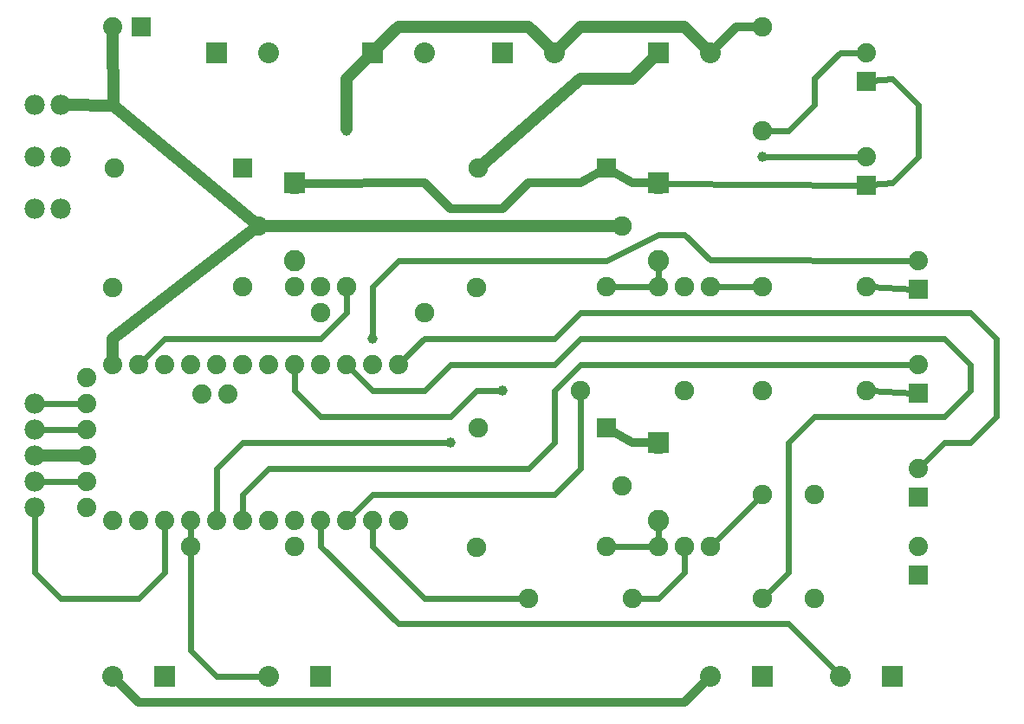
<source format=gtl>
G04 MADE WITH FRITZING*
G04 WWW.FRITZING.ORG*
G04 DOUBLE SIDED*
G04 HOLES PLATED*
G04 CONTOUR ON CENTER OF CONTOUR VECTOR*
%ASAXBY*%
%FSLAX23Y23*%
%MOIN*%
%OFA0B0*%
%SFA1.0B1.0*%
%ADD10C,0.075000*%
%ADD11C,0.082000*%
%ADD12C,0.039370*%
%ADD13C,0.074000*%
%ADD14C,0.078000*%
%ADD15C,0.080000*%
%ADD16R,0.082000X0.082000*%
%ADD17R,0.075000X0.075000*%
%ADD18R,0.080000X0.080000*%
%ADD19C,0.024000*%
%ADD20C,0.048000*%
%ADD21C,0.032000*%
%ADD22R,0.001000X0.001000*%
%LNCOPPER1*%
G90*
G70*
G54D10*
X772Y807D03*
X1172Y807D03*
X2972Y2807D03*
X2972Y2407D03*
X2672Y1407D03*
X2272Y1407D03*
X2472Y607D03*
X2072Y607D03*
X1272Y1707D03*
X1672Y1707D03*
X2972Y1007D03*
X2972Y607D03*
X3372Y1807D03*
X2972Y1807D03*
X3372Y1407D03*
X2972Y1407D03*
X3172Y607D03*
X3172Y1007D03*
G54D11*
X2572Y1205D03*
X2572Y907D03*
X1172Y2205D03*
X1172Y1907D03*
X2572Y2205D03*
X2572Y1907D03*
G54D12*
X1472Y1607D03*
X2972Y2307D03*
X1372Y2407D03*
G54D13*
X582Y2807D03*
X472Y2807D03*
X582Y2807D03*
X472Y2807D03*
X3372Y2597D03*
X3372Y2707D03*
X3372Y2597D03*
X3372Y2707D03*
X3372Y2197D03*
X3372Y2307D03*
X3372Y2197D03*
X3372Y2307D03*
X3572Y1797D03*
X3572Y1907D03*
X3572Y1797D03*
X3572Y1907D03*
X3572Y697D03*
X3572Y807D03*
X3572Y697D03*
X3572Y807D03*
X3572Y997D03*
X3572Y1107D03*
X3572Y997D03*
X3572Y1107D03*
X3572Y1397D03*
X3572Y1507D03*
X3572Y1397D03*
X3572Y1507D03*
G54D12*
X1772Y1207D03*
G54D14*
X272Y2107D03*
X172Y2107D03*
X272Y2307D03*
X172Y2307D03*
X272Y2507D03*
X172Y2507D03*
X172Y1358D03*
X172Y1258D03*
X172Y1158D03*
X172Y1058D03*
X172Y958D03*
G54D12*
X1971Y1407D03*
G54D13*
X372Y1457D03*
X372Y1357D03*
X372Y1257D03*
X372Y1157D03*
X372Y1057D03*
X372Y957D03*
X472Y1507D03*
X572Y1507D03*
X672Y1507D03*
X772Y1507D03*
X872Y1507D03*
X817Y1392D03*
X917Y1392D03*
X972Y1507D03*
X1072Y1507D03*
X1172Y1507D03*
X1272Y1507D03*
X1372Y1507D03*
X1472Y1507D03*
X1572Y1507D03*
X1572Y907D03*
X1472Y907D03*
X1372Y907D03*
X1272Y907D03*
X1172Y907D03*
X1072Y907D03*
X972Y907D03*
X872Y907D03*
X772Y907D03*
X672Y907D03*
X572Y907D03*
X472Y907D03*
G54D10*
X2372Y2263D03*
X1878Y2263D03*
X1873Y1802D03*
X2434Y2041D03*
X2372Y1807D03*
X2372Y1263D03*
X1878Y1263D03*
X1873Y802D03*
X2434Y1041D03*
X2372Y807D03*
X972Y2263D03*
X478Y2263D03*
X473Y1802D03*
X1034Y2041D03*
X972Y1807D03*
X2572Y1807D03*
X2672Y1807D03*
X2772Y1807D03*
X2572Y807D03*
X2672Y807D03*
X2772Y807D03*
X1172Y1807D03*
X1272Y1807D03*
X1372Y1807D03*
G54D15*
X1272Y307D03*
X1072Y307D03*
X1472Y2707D03*
X1672Y2707D03*
X1972Y2707D03*
X2172Y2707D03*
X872Y2707D03*
X1072Y2707D03*
X2572Y2707D03*
X2772Y2707D03*
X672Y307D03*
X472Y307D03*
X3472Y307D03*
X3272Y307D03*
X2972Y307D03*
X2772Y307D03*
G54D16*
X2572Y1206D03*
X1172Y2206D03*
X2572Y2206D03*
G54D17*
X2372Y2263D03*
X2372Y1263D03*
X972Y2263D03*
G54D18*
X1272Y307D03*
X1472Y2707D03*
X1972Y2707D03*
X872Y2707D03*
X2572Y2707D03*
X672Y307D03*
X3472Y307D03*
X2972Y307D03*
G54D19*
X3552Y1798D02*
X3390Y1807D01*
D02*
X2390Y807D02*
X2555Y807D01*
D02*
X2390Y1807D02*
X2555Y1807D01*
D02*
X3552Y1398D02*
X3390Y1407D01*
G54D20*
D02*
X2472Y2607D02*
X2558Y2693D01*
D02*
X2274Y2607D02*
X2472Y2607D01*
D02*
X1891Y2274D02*
X2274Y2607D01*
G54D19*
D02*
X2273Y1108D02*
X2171Y1006D01*
D02*
X2171Y1006D02*
X1473Y1006D01*
D02*
X1473Y1006D02*
X1386Y921D01*
D02*
X2272Y1390D02*
X2273Y1108D01*
D02*
X3173Y2610D02*
X3173Y2508D01*
D02*
X3274Y2707D02*
X3173Y2610D01*
D02*
X3173Y2508D02*
X3071Y2406D01*
D02*
X3071Y2406D02*
X2990Y2407D01*
D02*
X3352Y2707D02*
X3274Y2707D01*
D02*
X1771Y1508D02*
X2172Y1508D01*
D02*
X1673Y1407D02*
X1771Y1508D01*
D02*
X1472Y1407D02*
X1673Y1407D01*
D02*
X2173Y1508D02*
X2271Y1607D01*
D02*
X1386Y1493D02*
X1472Y1407D01*
D02*
X2271Y1607D02*
X2373Y1607D01*
D02*
X3772Y1507D02*
X3772Y1407D01*
D02*
X3074Y707D02*
X2985Y620D01*
D02*
X3672Y1308D02*
X3173Y1308D01*
D02*
X3772Y1407D02*
X3672Y1308D01*
D02*
X3173Y1308D02*
X3074Y1206D01*
D02*
X3572Y1607D02*
X3672Y1606D01*
D02*
X3074Y1206D02*
X3074Y707D01*
D02*
X3672Y1606D02*
X3772Y1507D01*
D02*
X2373Y1607D02*
X3572Y1607D01*
G54D20*
D02*
X472Y1608D02*
X1020Y2030D01*
D02*
X472Y1527D02*
X472Y1608D01*
D02*
X475Y2504D02*
X1020Y2052D01*
D02*
X472Y2787D02*
X475Y2504D01*
D02*
X2416Y2041D02*
X1051Y2041D01*
G54D19*
D02*
X2573Y2007D02*
X2373Y1906D01*
D02*
X1571Y1908D02*
X1472Y1806D01*
D02*
X1472Y1806D02*
X1472Y1707D01*
D02*
X2373Y1906D02*
X1571Y1908D01*
D02*
X2773Y1909D02*
X2673Y2006D01*
D02*
X2673Y2006D02*
X2573Y2007D01*
D02*
X3552Y1907D02*
X2773Y1909D01*
D02*
X1472Y1707D02*
X1472Y1615D01*
D02*
X2785Y820D02*
X2960Y995D01*
G54D21*
D02*
X2872Y2806D02*
X2955Y2807D01*
D02*
X2786Y2721D02*
X2872Y2806D01*
G54D20*
D02*
X1373Y2606D02*
X1458Y2693D01*
D02*
X1372Y2415D02*
X1373Y2606D01*
G54D19*
D02*
X586Y1521D02*
X673Y1607D01*
D02*
X1272Y1608D02*
X1372Y1707D01*
D02*
X1372Y1707D02*
X1372Y1790D01*
D02*
X673Y1607D02*
X1272Y1608D01*
D02*
X3572Y2507D02*
X3572Y2307D01*
D02*
X3472Y2607D02*
X3572Y2507D01*
D02*
X3572Y2307D02*
X3472Y2207D01*
D02*
X3352Y2198D02*
X2593Y2205D01*
D02*
X3472Y2207D02*
X3392Y2199D01*
D02*
X3392Y2599D02*
X3472Y2607D01*
G54D21*
D02*
X1193Y2205D02*
X1674Y2207D01*
D02*
X2274Y2207D02*
X2357Y2254D01*
D02*
X2072Y2207D02*
X2274Y2207D01*
D02*
X1674Y2207D02*
X1772Y2106D01*
D02*
X1772Y2106D02*
X1973Y2108D01*
D02*
X1973Y2108D02*
X2072Y2207D01*
G54D20*
D02*
X2273Y2807D02*
X2186Y2721D01*
D02*
X2672Y2807D02*
X2273Y2807D01*
D02*
X2758Y2721D02*
X2672Y2807D01*
D02*
X2072Y2807D02*
X1572Y2807D01*
D02*
X1572Y2807D02*
X1486Y2722D01*
D02*
X2158Y2722D02*
X2072Y2807D01*
G54D19*
D02*
X872Y1108D02*
X872Y927D01*
D02*
X1671Y1207D02*
X973Y1206D01*
D02*
X973Y1206D02*
X872Y1108D01*
D02*
X1764Y1207D02*
X1671Y1207D01*
D02*
X2171Y1207D02*
X2172Y1407D01*
D02*
X1073Y1108D02*
X2072Y1108D01*
D02*
X2172Y1407D02*
X2272Y1507D01*
D02*
X973Y1007D02*
X1073Y1108D01*
D02*
X2272Y1507D02*
X3552Y1507D01*
D02*
X2072Y1108D02*
X2171Y1207D01*
D02*
X972Y927D02*
X973Y1007D01*
G54D21*
D02*
X2472Y1207D02*
X2388Y1254D01*
D02*
X2551Y1206D02*
X2472Y1207D01*
G54D20*
D02*
X352Y1157D02*
X191Y1158D01*
G54D19*
D02*
X191Y1058D02*
X352Y1057D01*
D02*
X191Y1358D02*
X352Y1357D01*
D02*
X191Y1258D02*
X352Y1257D01*
D02*
X672Y707D02*
X672Y887D01*
D02*
X572Y607D02*
X672Y707D01*
D02*
X273Y607D02*
X572Y607D01*
D02*
X173Y707D02*
X273Y607D01*
D02*
X172Y939D02*
X173Y707D01*
D02*
X872Y306D02*
X773Y407D01*
D02*
X773Y407D02*
X772Y790D01*
D02*
X1052Y307D02*
X872Y306D01*
D02*
X772Y825D02*
X772Y887D01*
D02*
X1473Y806D02*
X1472Y887D01*
D02*
X1674Y607D02*
X1473Y806D01*
D02*
X2055Y607D02*
X1674Y607D01*
D02*
X2573Y607D02*
X2490Y607D01*
D02*
X2674Y708D02*
X2573Y607D01*
D02*
X3073Y509D02*
X1572Y509D01*
D02*
X1572Y509D02*
X1272Y808D01*
D02*
X1272Y808D02*
X1272Y887D01*
D02*
X3258Y322D02*
X3073Y509D01*
D02*
X2572Y886D02*
X2572Y825D01*
D02*
X2672Y790D02*
X2674Y708D01*
D02*
X2790Y1807D02*
X2955Y1807D01*
D02*
X2572Y1886D02*
X2572Y1825D01*
D02*
X2980Y2307D02*
X3352Y2307D01*
G54D21*
D02*
X2472Y2207D02*
X2551Y2206D01*
D02*
X2388Y2254D02*
X2472Y2207D01*
G54D19*
D02*
X1673Y1608D02*
X1586Y1522D01*
D02*
X3672Y1206D02*
X3772Y1206D01*
D02*
X3772Y1206D02*
X3874Y1308D01*
D02*
X3874Y1308D02*
X3871Y1606D01*
D02*
X3871Y1606D02*
X3772Y1708D01*
D02*
X3772Y1708D02*
X2273Y1708D01*
D02*
X2273Y1708D02*
X2172Y1608D01*
D02*
X2173Y1608D02*
X1673Y1608D01*
D02*
X3586Y1121D02*
X3672Y1206D01*
D02*
X1963Y1407D02*
X1873Y1407D01*
D02*
X1873Y1407D02*
X1772Y1306D01*
D02*
X1772Y1306D02*
X1272Y1306D01*
D02*
X1272Y1306D02*
X1171Y1407D01*
D02*
X1171Y1407D02*
X1172Y1487D01*
G54D21*
D02*
X2672Y207D02*
X2758Y293D01*
D02*
X571Y206D02*
X2672Y207D01*
D02*
X486Y293D02*
X571Y206D01*
G54D20*
D02*
X475Y2504D02*
X291Y2507D01*
G54D22*
X546Y2844D02*
X619Y2844D01*
X546Y2843D02*
X619Y2843D01*
X546Y2842D02*
X619Y2842D01*
X546Y2841D02*
X619Y2841D01*
X546Y2840D02*
X619Y2840D01*
X546Y2839D02*
X619Y2839D01*
X546Y2838D02*
X619Y2838D01*
X546Y2837D02*
X619Y2837D01*
X546Y2836D02*
X619Y2836D01*
X546Y2835D02*
X619Y2835D01*
X546Y2834D02*
X619Y2834D01*
X546Y2833D02*
X619Y2833D01*
X546Y2832D02*
X619Y2832D01*
X546Y2831D02*
X619Y2831D01*
X546Y2830D02*
X619Y2830D01*
X546Y2829D02*
X619Y2829D01*
X546Y2828D02*
X619Y2828D01*
X546Y2827D02*
X577Y2827D01*
X589Y2827D02*
X619Y2827D01*
X546Y2826D02*
X574Y2826D01*
X592Y2826D02*
X619Y2826D01*
X546Y2825D02*
X572Y2825D01*
X593Y2825D02*
X619Y2825D01*
X546Y2824D02*
X570Y2824D01*
X595Y2824D02*
X619Y2824D01*
X546Y2823D02*
X569Y2823D01*
X596Y2823D02*
X619Y2823D01*
X546Y2822D02*
X568Y2822D01*
X597Y2822D02*
X619Y2822D01*
X546Y2821D02*
X567Y2821D01*
X598Y2821D02*
X619Y2821D01*
X546Y2820D02*
X566Y2820D01*
X599Y2820D02*
X619Y2820D01*
X546Y2819D02*
X566Y2819D01*
X600Y2819D02*
X619Y2819D01*
X546Y2818D02*
X565Y2818D01*
X600Y2818D02*
X619Y2818D01*
X546Y2817D02*
X565Y2817D01*
X601Y2817D02*
X619Y2817D01*
X546Y2816D02*
X564Y2816D01*
X601Y2816D02*
X619Y2816D01*
X546Y2815D02*
X564Y2815D01*
X602Y2815D02*
X619Y2815D01*
X546Y2814D02*
X563Y2814D01*
X602Y2814D02*
X619Y2814D01*
X546Y2813D02*
X563Y2813D01*
X602Y2813D02*
X619Y2813D01*
X546Y2812D02*
X563Y2812D01*
X603Y2812D02*
X619Y2812D01*
X546Y2811D02*
X563Y2811D01*
X603Y2811D02*
X619Y2811D01*
X546Y2810D02*
X562Y2810D01*
X603Y2810D02*
X619Y2810D01*
X546Y2809D02*
X562Y2809D01*
X603Y2809D02*
X619Y2809D01*
X546Y2808D02*
X562Y2808D01*
X603Y2808D02*
X619Y2808D01*
X546Y2807D02*
X562Y2807D01*
X603Y2807D02*
X619Y2807D01*
X546Y2806D02*
X562Y2806D01*
X603Y2806D02*
X619Y2806D01*
X546Y2805D02*
X562Y2805D01*
X603Y2805D02*
X619Y2805D01*
X546Y2804D02*
X563Y2804D01*
X603Y2804D02*
X619Y2804D01*
X546Y2803D02*
X563Y2803D01*
X603Y2803D02*
X619Y2803D01*
X546Y2802D02*
X563Y2802D01*
X602Y2802D02*
X619Y2802D01*
X546Y2801D02*
X563Y2801D01*
X602Y2801D02*
X619Y2801D01*
X546Y2800D02*
X564Y2800D01*
X602Y2800D02*
X619Y2800D01*
X546Y2799D02*
X564Y2799D01*
X601Y2799D02*
X619Y2799D01*
X546Y2798D02*
X565Y2798D01*
X601Y2798D02*
X619Y2798D01*
X546Y2797D02*
X565Y2797D01*
X600Y2797D02*
X619Y2797D01*
X546Y2796D02*
X566Y2796D01*
X599Y2796D02*
X619Y2796D01*
X546Y2795D02*
X567Y2795D01*
X598Y2795D02*
X619Y2795D01*
X546Y2794D02*
X568Y2794D01*
X598Y2794D02*
X619Y2794D01*
X546Y2793D02*
X569Y2793D01*
X596Y2793D02*
X619Y2793D01*
X546Y2792D02*
X570Y2792D01*
X595Y2792D02*
X619Y2792D01*
X546Y2791D02*
X572Y2791D01*
X594Y2791D02*
X619Y2791D01*
X546Y2790D02*
X573Y2790D01*
X592Y2790D02*
X619Y2790D01*
X546Y2789D02*
X576Y2789D01*
X590Y2789D02*
X619Y2789D01*
X546Y2788D02*
X581Y2788D01*
X585Y2788D02*
X619Y2788D01*
X546Y2787D02*
X619Y2787D01*
X546Y2786D02*
X619Y2786D01*
X546Y2785D02*
X619Y2785D01*
X546Y2784D02*
X619Y2784D01*
X546Y2783D02*
X619Y2783D01*
X546Y2782D02*
X619Y2782D01*
X546Y2781D02*
X619Y2781D01*
X546Y2780D02*
X619Y2780D01*
X546Y2779D02*
X619Y2779D01*
X546Y2778D02*
X619Y2778D01*
X546Y2777D02*
X619Y2777D01*
X546Y2776D02*
X619Y2776D01*
X546Y2775D02*
X619Y2775D01*
X546Y2774D02*
X619Y2774D01*
X546Y2773D02*
X619Y2773D01*
X546Y2772D02*
X619Y2772D01*
X546Y2771D02*
X619Y2771D01*
X3336Y2634D02*
X3409Y2634D01*
X3336Y2633D02*
X3409Y2633D01*
X3336Y2632D02*
X3409Y2632D01*
X3336Y2631D02*
X3409Y2631D01*
X3336Y2630D02*
X3409Y2630D01*
X3336Y2629D02*
X3409Y2629D01*
X3336Y2628D02*
X3409Y2628D01*
X3336Y2627D02*
X3409Y2627D01*
X3336Y2626D02*
X3409Y2626D01*
X3336Y2625D02*
X3409Y2625D01*
X3336Y2624D02*
X3409Y2624D01*
X3336Y2623D02*
X3409Y2623D01*
X3336Y2622D02*
X3409Y2622D01*
X3336Y2621D02*
X3409Y2621D01*
X3336Y2620D02*
X3409Y2620D01*
X3336Y2619D02*
X3409Y2619D01*
X3336Y2618D02*
X3409Y2618D01*
X3336Y2617D02*
X3367Y2617D01*
X3379Y2617D02*
X3409Y2617D01*
X3336Y2616D02*
X3364Y2616D01*
X3382Y2616D02*
X3409Y2616D01*
X3336Y2615D02*
X3362Y2615D01*
X3383Y2615D02*
X3409Y2615D01*
X3336Y2614D02*
X3360Y2614D01*
X3385Y2614D02*
X3409Y2614D01*
X3336Y2613D02*
X3359Y2613D01*
X3386Y2613D02*
X3409Y2613D01*
X3336Y2612D02*
X3358Y2612D01*
X3387Y2612D02*
X3409Y2612D01*
X3336Y2611D02*
X3357Y2611D01*
X3388Y2611D02*
X3409Y2611D01*
X3336Y2610D02*
X3356Y2610D01*
X3389Y2610D02*
X3409Y2610D01*
X3336Y2609D02*
X3356Y2609D01*
X3390Y2609D02*
X3409Y2609D01*
X3336Y2608D02*
X3355Y2608D01*
X3390Y2608D02*
X3409Y2608D01*
X3336Y2607D02*
X3355Y2607D01*
X3391Y2607D02*
X3409Y2607D01*
X3336Y2606D02*
X3354Y2606D01*
X3391Y2606D02*
X3409Y2606D01*
X3336Y2605D02*
X3354Y2605D01*
X3392Y2605D02*
X3409Y2605D01*
X3336Y2604D02*
X3353Y2604D01*
X3392Y2604D02*
X3409Y2604D01*
X3336Y2603D02*
X3353Y2603D01*
X3392Y2603D02*
X3409Y2603D01*
X3336Y2602D02*
X3353Y2602D01*
X3393Y2602D02*
X3409Y2602D01*
X3336Y2601D02*
X3353Y2601D01*
X3393Y2601D02*
X3409Y2601D01*
X3336Y2600D02*
X3352Y2600D01*
X3393Y2600D02*
X3409Y2600D01*
X3336Y2599D02*
X3352Y2599D01*
X3393Y2599D02*
X3409Y2599D01*
X3336Y2598D02*
X3352Y2598D01*
X3393Y2598D02*
X3409Y2598D01*
X3336Y2597D02*
X3352Y2597D01*
X3393Y2597D02*
X3409Y2597D01*
X3336Y2596D02*
X3352Y2596D01*
X3393Y2596D02*
X3409Y2596D01*
X3336Y2595D02*
X3352Y2595D01*
X3393Y2595D02*
X3409Y2595D01*
X3336Y2594D02*
X3353Y2594D01*
X3393Y2594D02*
X3409Y2594D01*
X3336Y2593D02*
X3353Y2593D01*
X3393Y2593D02*
X3409Y2593D01*
X3336Y2592D02*
X3353Y2592D01*
X3392Y2592D02*
X3409Y2592D01*
X3336Y2591D02*
X3353Y2591D01*
X3392Y2591D02*
X3409Y2591D01*
X3336Y2590D02*
X3354Y2590D01*
X3392Y2590D02*
X3409Y2590D01*
X3336Y2589D02*
X3354Y2589D01*
X3391Y2589D02*
X3409Y2589D01*
X3336Y2588D02*
X3355Y2588D01*
X3390Y2588D02*
X3409Y2588D01*
X3336Y2587D02*
X3355Y2587D01*
X3390Y2587D02*
X3409Y2587D01*
X3336Y2586D02*
X3356Y2586D01*
X3389Y2586D02*
X3409Y2586D01*
X3336Y2585D02*
X3357Y2585D01*
X3388Y2585D02*
X3409Y2585D01*
X3336Y2584D02*
X3358Y2584D01*
X3388Y2584D02*
X3409Y2584D01*
X3336Y2583D02*
X3359Y2583D01*
X3386Y2583D02*
X3409Y2583D01*
X3336Y2582D02*
X3360Y2582D01*
X3385Y2582D02*
X3409Y2582D01*
X3336Y2581D02*
X3362Y2581D01*
X3384Y2581D02*
X3409Y2581D01*
X3336Y2580D02*
X3363Y2580D01*
X3382Y2580D02*
X3409Y2580D01*
X3336Y2579D02*
X3366Y2579D01*
X3380Y2579D02*
X3409Y2579D01*
X3336Y2578D02*
X3371Y2578D01*
X3375Y2578D02*
X3409Y2578D01*
X3336Y2577D02*
X3409Y2577D01*
X3336Y2576D02*
X3409Y2576D01*
X3336Y2575D02*
X3409Y2575D01*
X3336Y2574D02*
X3409Y2574D01*
X3336Y2573D02*
X3409Y2573D01*
X3336Y2572D02*
X3409Y2572D01*
X3336Y2571D02*
X3409Y2571D01*
X3336Y2570D02*
X3409Y2570D01*
X3336Y2569D02*
X3409Y2569D01*
X3336Y2568D02*
X3409Y2568D01*
X3336Y2567D02*
X3409Y2567D01*
X3336Y2566D02*
X3409Y2566D01*
X3336Y2565D02*
X3409Y2565D01*
X3336Y2564D02*
X3409Y2564D01*
X3336Y2563D02*
X3409Y2563D01*
X3336Y2562D02*
X3409Y2562D01*
X3336Y2561D02*
X3409Y2561D01*
X3336Y2234D02*
X3409Y2234D01*
X3336Y2233D02*
X3409Y2233D01*
X3336Y2232D02*
X3409Y2232D01*
X3336Y2231D02*
X3409Y2231D01*
X3336Y2230D02*
X3409Y2230D01*
X3336Y2229D02*
X3409Y2229D01*
X3336Y2228D02*
X3409Y2228D01*
X3336Y2227D02*
X3409Y2227D01*
X3336Y2226D02*
X3409Y2226D01*
X3336Y2225D02*
X3409Y2225D01*
X3336Y2224D02*
X3409Y2224D01*
X3336Y2223D02*
X3409Y2223D01*
X3336Y2222D02*
X3409Y2222D01*
X3336Y2221D02*
X3409Y2221D01*
X3336Y2220D02*
X3409Y2220D01*
X3336Y2219D02*
X3409Y2219D01*
X3336Y2218D02*
X3409Y2218D01*
X3336Y2217D02*
X3367Y2217D01*
X3379Y2217D02*
X3409Y2217D01*
X3336Y2216D02*
X3364Y2216D01*
X3382Y2216D02*
X3409Y2216D01*
X3336Y2215D02*
X3362Y2215D01*
X3383Y2215D02*
X3409Y2215D01*
X3336Y2214D02*
X3360Y2214D01*
X3385Y2214D02*
X3409Y2214D01*
X3336Y2213D02*
X3359Y2213D01*
X3386Y2213D02*
X3409Y2213D01*
X3336Y2212D02*
X3358Y2212D01*
X3387Y2212D02*
X3409Y2212D01*
X3336Y2211D02*
X3357Y2211D01*
X3388Y2211D02*
X3409Y2211D01*
X3336Y2210D02*
X3356Y2210D01*
X3389Y2210D02*
X3409Y2210D01*
X3336Y2209D02*
X3356Y2209D01*
X3390Y2209D02*
X3409Y2209D01*
X3336Y2208D02*
X3355Y2208D01*
X3390Y2208D02*
X3409Y2208D01*
X3336Y2207D02*
X3354Y2207D01*
X3391Y2207D02*
X3409Y2207D01*
X3336Y2206D02*
X3354Y2206D01*
X3391Y2206D02*
X3409Y2206D01*
X3336Y2205D02*
X3354Y2205D01*
X3392Y2205D02*
X3409Y2205D01*
X3336Y2204D02*
X3353Y2204D01*
X3392Y2204D02*
X3409Y2204D01*
X3336Y2203D02*
X3353Y2203D01*
X3392Y2203D02*
X3409Y2203D01*
X3336Y2202D02*
X3353Y2202D01*
X3393Y2202D02*
X3409Y2202D01*
X3336Y2201D02*
X3353Y2201D01*
X3393Y2201D02*
X3409Y2201D01*
X3336Y2200D02*
X3352Y2200D01*
X3393Y2200D02*
X3409Y2200D01*
X3336Y2199D02*
X3352Y2199D01*
X3393Y2199D02*
X3409Y2199D01*
X3336Y2198D02*
X3352Y2198D01*
X3393Y2198D02*
X3409Y2198D01*
X3336Y2197D02*
X3352Y2197D01*
X3393Y2197D02*
X3409Y2197D01*
X3336Y2196D02*
X3352Y2196D01*
X3393Y2196D02*
X3409Y2196D01*
X3336Y2195D02*
X3352Y2195D01*
X3393Y2195D02*
X3409Y2195D01*
X3336Y2194D02*
X3353Y2194D01*
X3393Y2194D02*
X3409Y2194D01*
X3336Y2193D02*
X3353Y2193D01*
X3393Y2193D02*
X3409Y2193D01*
X3336Y2192D02*
X3353Y2192D01*
X3392Y2192D02*
X3409Y2192D01*
X3336Y2191D02*
X3353Y2191D01*
X3392Y2191D02*
X3409Y2191D01*
X3336Y2190D02*
X3354Y2190D01*
X3392Y2190D02*
X3409Y2190D01*
X3336Y2189D02*
X3354Y2189D01*
X3391Y2189D02*
X3409Y2189D01*
X3336Y2188D02*
X3355Y2188D01*
X3390Y2188D02*
X3409Y2188D01*
X3336Y2187D02*
X3355Y2187D01*
X3390Y2187D02*
X3409Y2187D01*
X3336Y2186D02*
X3356Y2186D01*
X3389Y2186D02*
X3409Y2186D01*
X3336Y2185D02*
X3357Y2185D01*
X3388Y2185D02*
X3409Y2185D01*
X3336Y2184D02*
X3358Y2184D01*
X3388Y2184D02*
X3409Y2184D01*
X3336Y2183D02*
X3359Y2183D01*
X3386Y2183D02*
X3409Y2183D01*
X3336Y2182D02*
X3360Y2182D01*
X3385Y2182D02*
X3409Y2182D01*
X3336Y2181D02*
X3362Y2181D01*
X3384Y2181D02*
X3409Y2181D01*
X3336Y2180D02*
X3363Y2180D01*
X3382Y2180D02*
X3409Y2180D01*
X3336Y2179D02*
X3366Y2179D01*
X3380Y2179D02*
X3409Y2179D01*
X3336Y2178D02*
X3371Y2178D01*
X3374Y2178D02*
X3409Y2178D01*
X3336Y2177D02*
X3409Y2177D01*
X3336Y2176D02*
X3409Y2176D01*
X3336Y2175D02*
X3409Y2175D01*
X3336Y2174D02*
X3409Y2174D01*
X3336Y2173D02*
X3409Y2173D01*
X3336Y2172D02*
X3409Y2172D01*
X3336Y2171D02*
X3409Y2171D01*
X3336Y2170D02*
X3409Y2170D01*
X3336Y2169D02*
X3409Y2169D01*
X3336Y2168D02*
X3409Y2168D01*
X3336Y2167D02*
X3409Y2167D01*
X3336Y2166D02*
X3409Y2166D01*
X3336Y2165D02*
X3409Y2165D01*
X3336Y2164D02*
X3409Y2164D01*
X3336Y2163D02*
X3409Y2163D01*
X3336Y2162D02*
X3409Y2162D01*
X3336Y2161D02*
X3409Y2161D01*
X3536Y1834D02*
X3609Y1834D01*
X3536Y1833D02*
X3609Y1833D01*
X3536Y1832D02*
X3609Y1832D01*
X3536Y1831D02*
X3609Y1831D01*
X3536Y1830D02*
X3609Y1830D01*
X3536Y1829D02*
X3609Y1829D01*
X3536Y1828D02*
X3609Y1828D01*
X3536Y1827D02*
X3609Y1827D01*
X3536Y1826D02*
X3609Y1826D01*
X3536Y1825D02*
X3609Y1825D01*
X3536Y1824D02*
X3609Y1824D01*
X3536Y1823D02*
X3609Y1823D01*
X3536Y1822D02*
X3609Y1822D01*
X3536Y1821D02*
X3609Y1821D01*
X3536Y1820D02*
X3609Y1820D01*
X3536Y1819D02*
X3609Y1819D01*
X3536Y1818D02*
X3609Y1818D01*
X3536Y1817D02*
X3567Y1817D01*
X3579Y1817D02*
X3609Y1817D01*
X3536Y1816D02*
X3564Y1816D01*
X3582Y1816D02*
X3609Y1816D01*
X3536Y1815D02*
X3562Y1815D01*
X3583Y1815D02*
X3609Y1815D01*
X3536Y1814D02*
X3560Y1814D01*
X3585Y1814D02*
X3609Y1814D01*
X3536Y1813D02*
X3559Y1813D01*
X3586Y1813D02*
X3609Y1813D01*
X3536Y1812D02*
X3558Y1812D01*
X3587Y1812D02*
X3609Y1812D01*
X3536Y1811D02*
X3557Y1811D01*
X3588Y1811D02*
X3609Y1811D01*
X3536Y1810D02*
X3556Y1810D01*
X3589Y1810D02*
X3609Y1810D01*
X3536Y1809D02*
X3556Y1809D01*
X3590Y1809D02*
X3609Y1809D01*
X3536Y1808D02*
X3555Y1808D01*
X3590Y1808D02*
X3609Y1808D01*
X3536Y1807D02*
X3554Y1807D01*
X3591Y1807D02*
X3609Y1807D01*
X3536Y1806D02*
X3554Y1806D01*
X3591Y1806D02*
X3609Y1806D01*
X3536Y1805D02*
X3554Y1805D01*
X3592Y1805D02*
X3609Y1805D01*
X3536Y1804D02*
X3553Y1804D01*
X3592Y1804D02*
X3609Y1804D01*
X3536Y1803D02*
X3553Y1803D01*
X3592Y1803D02*
X3609Y1803D01*
X3536Y1802D02*
X3553Y1802D01*
X3593Y1802D02*
X3609Y1802D01*
X3536Y1801D02*
X3553Y1801D01*
X3593Y1801D02*
X3609Y1801D01*
X3536Y1800D02*
X3552Y1800D01*
X3593Y1800D02*
X3609Y1800D01*
X3536Y1799D02*
X3552Y1799D01*
X3593Y1799D02*
X3609Y1799D01*
X3536Y1798D02*
X3552Y1798D01*
X3593Y1798D02*
X3609Y1798D01*
X3536Y1797D02*
X3552Y1797D01*
X3593Y1797D02*
X3609Y1797D01*
X3536Y1796D02*
X3552Y1796D01*
X3593Y1796D02*
X3609Y1796D01*
X3536Y1795D02*
X3552Y1795D01*
X3593Y1795D02*
X3609Y1795D01*
X3536Y1794D02*
X3553Y1794D01*
X3593Y1794D02*
X3609Y1794D01*
X3536Y1793D02*
X3553Y1793D01*
X3593Y1793D02*
X3609Y1793D01*
X3536Y1792D02*
X3553Y1792D01*
X3592Y1792D02*
X3609Y1792D01*
X3536Y1791D02*
X3553Y1791D01*
X3592Y1791D02*
X3609Y1791D01*
X3536Y1790D02*
X3554Y1790D01*
X3592Y1790D02*
X3609Y1790D01*
X3536Y1789D02*
X3554Y1789D01*
X3591Y1789D02*
X3609Y1789D01*
X3536Y1788D02*
X3555Y1788D01*
X3590Y1788D02*
X3609Y1788D01*
X3536Y1787D02*
X3555Y1787D01*
X3590Y1787D02*
X3609Y1787D01*
X3536Y1786D02*
X3556Y1786D01*
X3589Y1786D02*
X3609Y1786D01*
X3536Y1785D02*
X3557Y1785D01*
X3588Y1785D02*
X3609Y1785D01*
X3536Y1784D02*
X3558Y1784D01*
X3588Y1784D02*
X3609Y1784D01*
X3536Y1783D02*
X3559Y1783D01*
X3586Y1783D02*
X3609Y1783D01*
X3536Y1782D02*
X3560Y1782D01*
X3585Y1782D02*
X3609Y1782D01*
X3536Y1781D02*
X3562Y1781D01*
X3584Y1781D02*
X3609Y1781D01*
X3536Y1780D02*
X3563Y1780D01*
X3582Y1780D02*
X3609Y1780D01*
X3536Y1779D02*
X3566Y1779D01*
X3580Y1779D02*
X3609Y1779D01*
X3536Y1778D02*
X3571Y1778D01*
X3574Y1778D02*
X3609Y1778D01*
X3536Y1777D02*
X3609Y1777D01*
X3536Y1776D02*
X3609Y1776D01*
X3536Y1775D02*
X3609Y1775D01*
X3536Y1774D02*
X3609Y1774D01*
X3536Y1773D02*
X3609Y1773D01*
X3536Y1772D02*
X3609Y1772D01*
X3536Y1771D02*
X3609Y1771D01*
X3536Y1770D02*
X3609Y1770D01*
X3536Y1769D02*
X3609Y1769D01*
X3536Y1768D02*
X3609Y1768D01*
X3536Y1767D02*
X3609Y1767D01*
X3536Y1766D02*
X3609Y1766D01*
X3536Y1765D02*
X3609Y1765D01*
X3536Y1764D02*
X3609Y1764D01*
X3536Y1763D02*
X3609Y1763D01*
X3536Y1762D02*
X3609Y1762D01*
X3536Y1761D02*
X3609Y1761D01*
X3536Y1434D02*
X3609Y1434D01*
X3536Y1433D02*
X3609Y1433D01*
X3536Y1432D02*
X3609Y1432D01*
X3536Y1431D02*
X3609Y1431D01*
X3536Y1430D02*
X3609Y1430D01*
X3536Y1429D02*
X3609Y1429D01*
X3536Y1428D02*
X3609Y1428D01*
X3536Y1427D02*
X3609Y1427D01*
X3536Y1426D02*
X3609Y1426D01*
X3536Y1425D02*
X3609Y1425D01*
X3536Y1424D02*
X3609Y1424D01*
X3536Y1423D02*
X3609Y1423D01*
X3536Y1422D02*
X3609Y1422D01*
X3536Y1421D02*
X3609Y1421D01*
X3536Y1420D02*
X3609Y1420D01*
X3536Y1419D02*
X3609Y1419D01*
X3536Y1418D02*
X3609Y1418D01*
X3536Y1417D02*
X3567Y1417D01*
X3579Y1417D02*
X3609Y1417D01*
X3536Y1416D02*
X3564Y1416D01*
X3582Y1416D02*
X3609Y1416D01*
X3536Y1415D02*
X3562Y1415D01*
X3583Y1415D02*
X3609Y1415D01*
X3536Y1414D02*
X3560Y1414D01*
X3585Y1414D02*
X3609Y1414D01*
X3536Y1413D02*
X3559Y1413D01*
X3586Y1413D02*
X3609Y1413D01*
X3536Y1412D02*
X3558Y1412D01*
X3587Y1412D02*
X3609Y1412D01*
X3536Y1411D02*
X3557Y1411D01*
X3588Y1411D02*
X3609Y1411D01*
X3536Y1410D02*
X3556Y1410D01*
X3589Y1410D02*
X3609Y1410D01*
X3536Y1409D02*
X3556Y1409D01*
X3590Y1409D02*
X3609Y1409D01*
X3536Y1408D02*
X3555Y1408D01*
X3590Y1408D02*
X3609Y1408D01*
X3536Y1407D02*
X3554Y1407D01*
X3591Y1407D02*
X3609Y1407D01*
X3536Y1406D02*
X3554Y1406D01*
X3591Y1406D02*
X3609Y1406D01*
X3536Y1405D02*
X3554Y1405D01*
X3592Y1405D02*
X3609Y1405D01*
X3536Y1404D02*
X3553Y1404D01*
X3592Y1404D02*
X3609Y1404D01*
X3536Y1403D02*
X3553Y1403D01*
X3592Y1403D02*
X3609Y1403D01*
X3536Y1402D02*
X3553Y1402D01*
X3593Y1402D02*
X3609Y1402D01*
X3536Y1401D02*
X3553Y1401D01*
X3593Y1401D02*
X3609Y1401D01*
X3536Y1400D02*
X3552Y1400D01*
X3593Y1400D02*
X3609Y1400D01*
X3536Y1399D02*
X3552Y1399D01*
X3593Y1399D02*
X3609Y1399D01*
X3536Y1398D02*
X3552Y1398D01*
X3593Y1398D02*
X3609Y1398D01*
X3536Y1397D02*
X3552Y1397D01*
X3593Y1397D02*
X3609Y1397D01*
X3536Y1396D02*
X3552Y1396D01*
X3593Y1396D02*
X3609Y1396D01*
X3536Y1395D02*
X3552Y1395D01*
X3593Y1395D02*
X3609Y1395D01*
X3536Y1394D02*
X3553Y1394D01*
X3593Y1394D02*
X3609Y1394D01*
X3536Y1393D02*
X3553Y1393D01*
X3593Y1393D02*
X3609Y1393D01*
X3536Y1392D02*
X3553Y1392D01*
X3592Y1392D02*
X3609Y1392D01*
X3536Y1391D02*
X3553Y1391D01*
X3592Y1391D02*
X3609Y1391D01*
X3536Y1390D02*
X3554Y1390D01*
X3592Y1390D02*
X3609Y1390D01*
X3536Y1389D02*
X3554Y1389D01*
X3591Y1389D02*
X3609Y1389D01*
X3536Y1388D02*
X3555Y1388D01*
X3590Y1388D02*
X3609Y1388D01*
X3536Y1387D02*
X3555Y1387D01*
X3590Y1387D02*
X3609Y1387D01*
X3536Y1386D02*
X3556Y1386D01*
X3589Y1386D02*
X3609Y1386D01*
X3536Y1385D02*
X3557Y1385D01*
X3588Y1385D02*
X3609Y1385D01*
X3536Y1384D02*
X3558Y1384D01*
X3588Y1384D02*
X3609Y1384D01*
X3536Y1383D02*
X3559Y1383D01*
X3586Y1383D02*
X3609Y1383D01*
X3536Y1382D02*
X3560Y1382D01*
X3585Y1382D02*
X3609Y1382D01*
X3536Y1381D02*
X3562Y1381D01*
X3584Y1381D02*
X3609Y1381D01*
X3536Y1380D02*
X3563Y1380D01*
X3582Y1380D02*
X3609Y1380D01*
X3536Y1379D02*
X3566Y1379D01*
X3579Y1379D02*
X3609Y1379D01*
X3536Y1378D02*
X3571Y1378D01*
X3574Y1378D02*
X3609Y1378D01*
X3536Y1377D02*
X3609Y1377D01*
X3536Y1376D02*
X3609Y1376D01*
X3536Y1375D02*
X3609Y1375D01*
X3536Y1374D02*
X3609Y1374D01*
X3536Y1373D02*
X3609Y1373D01*
X3536Y1372D02*
X3609Y1372D01*
X3536Y1371D02*
X3609Y1371D01*
X3536Y1370D02*
X3609Y1370D01*
X3536Y1369D02*
X3609Y1369D01*
X3536Y1368D02*
X3609Y1368D01*
X3536Y1367D02*
X3609Y1367D01*
X3536Y1366D02*
X3609Y1366D01*
X3536Y1365D02*
X3609Y1365D01*
X3536Y1364D02*
X3609Y1364D01*
X3536Y1363D02*
X3609Y1363D01*
X3536Y1362D02*
X3609Y1362D01*
X3537Y1361D02*
X3609Y1361D01*
X3536Y1034D02*
X3609Y1034D01*
X3536Y1033D02*
X3609Y1033D01*
X3536Y1032D02*
X3609Y1032D01*
X3536Y1031D02*
X3609Y1031D01*
X3536Y1030D02*
X3609Y1030D01*
X3536Y1029D02*
X3609Y1029D01*
X3536Y1028D02*
X3609Y1028D01*
X3536Y1027D02*
X3609Y1027D01*
X3536Y1026D02*
X3609Y1026D01*
X3536Y1025D02*
X3609Y1025D01*
X3536Y1024D02*
X3609Y1024D01*
X3536Y1023D02*
X3609Y1023D01*
X3536Y1022D02*
X3609Y1022D01*
X3536Y1021D02*
X3609Y1021D01*
X3536Y1020D02*
X3609Y1020D01*
X3536Y1019D02*
X3609Y1019D01*
X3536Y1018D02*
X3609Y1018D01*
X3536Y1017D02*
X3567Y1017D01*
X3579Y1017D02*
X3609Y1017D01*
X3536Y1016D02*
X3564Y1016D01*
X3582Y1016D02*
X3609Y1016D01*
X3536Y1015D02*
X3562Y1015D01*
X3583Y1015D02*
X3609Y1015D01*
X3536Y1014D02*
X3560Y1014D01*
X3585Y1014D02*
X3609Y1014D01*
X3536Y1013D02*
X3559Y1013D01*
X3586Y1013D02*
X3609Y1013D01*
X3536Y1012D02*
X3558Y1012D01*
X3587Y1012D02*
X3609Y1012D01*
X3536Y1011D02*
X3557Y1011D01*
X3588Y1011D02*
X3609Y1011D01*
X3536Y1010D02*
X3556Y1010D01*
X3589Y1010D02*
X3609Y1010D01*
X3536Y1009D02*
X3556Y1009D01*
X3590Y1009D02*
X3609Y1009D01*
X3536Y1008D02*
X3555Y1008D01*
X3590Y1008D02*
X3609Y1008D01*
X3536Y1007D02*
X3554Y1007D01*
X3591Y1007D02*
X3609Y1007D01*
X3536Y1006D02*
X3554Y1006D01*
X3591Y1006D02*
X3609Y1006D01*
X3536Y1005D02*
X3554Y1005D01*
X3592Y1005D02*
X3609Y1005D01*
X3536Y1004D02*
X3553Y1004D01*
X3592Y1004D02*
X3609Y1004D01*
X3536Y1003D02*
X3553Y1003D01*
X3592Y1003D02*
X3609Y1003D01*
X3536Y1002D02*
X3553Y1002D01*
X3593Y1002D02*
X3609Y1002D01*
X3536Y1001D02*
X3553Y1001D01*
X3593Y1001D02*
X3609Y1001D01*
X3536Y1000D02*
X3552Y1000D01*
X3593Y1000D02*
X3609Y1000D01*
X3536Y999D02*
X3552Y999D01*
X3593Y999D02*
X3609Y999D01*
X3536Y998D02*
X3552Y998D01*
X3593Y998D02*
X3609Y998D01*
X3536Y997D02*
X3552Y997D01*
X3593Y997D02*
X3609Y997D01*
X3536Y996D02*
X3552Y996D01*
X3593Y996D02*
X3609Y996D01*
X3536Y995D02*
X3552Y995D01*
X3593Y995D02*
X3609Y995D01*
X3536Y994D02*
X3553Y994D01*
X3593Y994D02*
X3609Y994D01*
X3536Y993D02*
X3553Y993D01*
X3593Y993D02*
X3609Y993D01*
X3536Y992D02*
X3553Y992D01*
X3592Y992D02*
X3609Y992D01*
X3536Y991D02*
X3553Y991D01*
X3592Y991D02*
X3609Y991D01*
X3536Y990D02*
X3554Y990D01*
X3592Y990D02*
X3609Y990D01*
X3536Y989D02*
X3554Y989D01*
X3591Y989D02*
X3609Y989D01*
X3536Y988D02*
X3555Y988D01*
X3590Y988D02*
X3609Y988D01*
X3536Y987D02*
X3555Y987D01*
X3590Y987D02*
X3609Y987D01*
X3536Y986D02*
X3556Y986D01*
X3589Y986D02*
X3609Y986D01*
X3536Y985D02*
X3557Y985D01*
X3588Y985D02*
X3609Y985D01*
X3536Y984D02*
X3558Y984D01*
X3588Y984D02*
X3609Y984D01*
X3536Y983D02*
X3559Y983D01*
X3586Y983D02*
X3609Y983D01*
X3536Y982D02*
X3560Y982D01*
X3585Y982D02*
X3609Y982D01*
X3536Y981D02*
X3562Y981D01*
X3584Y981D02*
X3609Y981D01*
X3536Y980D02*
X3563Y980D01*
X3582Y980D02*
X3609Y980D01*
X3536Y979D02*
X3566Y979D01*
X3579Y979D02*
X3609Y979D01*
X3536Y978D02*
X3571Y978D01*
X3574Y978D02*
X3609Y978D01*
X3536Y977D02*
X3609Y977D01*
X3536Y976D02*
X3609Y976D01*
X3536Y975D02*
X3609Y975D01*
X3536Y974D02*
X3609Y974D01*
X3536Y973D02*
X3609Y973D01*
X3536Y972D02*
X3609Y972D01*
X3536Y971D02*
X3609Y971D01*
X3536Y970D02*
X3609Y970D01*
X3536Y969D02*
X3609Y969D01*
X3536Y968D02*
X3609Y968D01*
X3536Y967D02*
X3609Y967D01*
X3536Y966D02*
X3609Y966D01*
X3536Y965D02*
X3609Y965D01*
X3536Y964D02*
X3609Y964D01*
X3536Y963D02*
X3609Y963D01*
X3536Y962D02*
X3609Y962D01*
X3537Y961D02*
X3609Y961D01*
X3536Y734D02*
X3609Y734D01*
X3536Y733D02*
X3609Y733D01*
X3536Y732D02*
X3609Y732D01*
X3536Y731D02*
X3609Y731D01*
X3536Y730D02*
X3609Y730D01*
X3536Y729D02*
X3609Y729D01*
X3536Y728D02*
X3609Y728D01*
X3536Y727D02*
X3609Y727D01*
X3536Y726D02*
X3609Y726D01*
X3536Y725D02*
X3609Y725D01*
X3536Y724D02*
X3609Y724D01*
X3536Y723D02*
X3609Y723D01*
X3536Y722D02*
X3609Y722D01*
X3536Y721D02*
X3609Y721D01*
X3536Y720D02*
X3609Y720D01*
X3536Y719D02*
X3609Y719D01*
X3536Y718D02*
X3609Y718D01*
X3536Y717D02*
X3567Y717D01*
X3579Y717D02*
X3609Y717D01*
X3536Y716D02*
X3564Y716D01*
X3582Y716D02*
X3609Y716D01*
X3536Y715D02*
X3562Y715D01*
X3583Y715D02*
X3609Y715D01*
X3536Y714D02*
X3560Y714D01*
X3585Y714D02*
X3609Y714D01*
X3536Y713D02*
X3559Y713D01*
X3586Y713D02*
X3609Y713D01*
X3536Y712D02*
X3558Y712D01*
X3587Y712D02*
X3609Y712D01*
X3536Y711D02*
X3557Y711D01*
X3588Y711D02*
X3609Y711D01*
X3536Y710D02*
X3556Y710D01*
X3589Y710D02*
X3609Y710D01*
X3536Y709D02*
X3556Y709D01*
X3590Y709D02*
X3609Y709D01*
X3536Y708D02*
X3555Y708D01*
X3590Y708D02*
X3609Y708D01*
X3536Y707D02*
X3554Y707D01*
X3591Y707D02*
X3609Y707D01*
X3536Y706D02*
X3554Y706D01*
X3591Y706D02*
X3609Y706D01*
X3536Y705D02*
X3554Y705D01*
X3592Y705D02*
X3609Y705D01*
X3536Y704D02*
X3553Y704D01*
X3592Y704D02*
X3609Y704D01*
X3536Y703D02*
X3553Y703D01*
X3592Y703D02*
X3609Y703D01*
X3536Y702D02*
X3553Y702D01*
X3593Y702D02*
X3609Y702D01*
X3536Y701D02*
X3553Y701D01*
X3593Y701D02*
X3609Y701D01*
X3536Y700D02*
X3552Y700D01*
X3593Y700D02*
X3609Y700D01*
X3536Y699D02*
X3552Y699D01*
X3593Y699D02*
X3609Y699D01*
X3536Y698D02*
X3552Y698D01*
X3593Y698D02*
X3609Y698D01*
X3536Y697D02*
X3552Y697D01*
X3593Y697D02*
X3609Y697D01*
X3536Y696D02*
X3552Y696D01*
X3593Y696D02*
X3609Y696D01*
X3536Y695D02*
X3552Y695D01*
X3593Y695D02*
X3609Y695D01*
X3536Y694D02*
X3553Y694D01*
X3593Y694D02*
X3609Y694D01*
X3536Y693D02*
X3553Y693D01*
X3593Y693D02*
X3609Y693D01*
X3536Y692D02*
X3553Y692D01*
X3592Y692D02*
X3609Y692D01*
X3536Y691D02*
X3553Y691D01*
X3592Y691D02*
X3609Y691D01*
X3536Y690D02*
X3554Y690D01*
X3592Y690D02*
X3609Y690D01*
X3536Y689D02*
X3554Y689D01*
X3591Y689D02*
X3609Y689D01*
X3536Y688D02*
X3555Y688D01*
X3590Y688D02*
X3609Y688D01*
X3536Y687D02*
X3555Y687D01*
X3590Y687D02*
X3609Y687D01*
X3536Y686D02*
X3556Y686D01*
X3589Y686D02*
X3609Y686D01*
X3536Y685D02*
X3557Y685D01*
X3588Y685D02*
X3609Y685D01*
X3536Y684D02*
X3558Y684D01*
X3588Y684D02*
X3609Y684D01*
X3536Y683D02*
X3559Y683D01*
X3586Y683D02*
X3609Y683D01*
X3536Y682D02*
X3560Y682D01*
X3585Y682D02*
X3609Y682D01*
X3536Y681D02*
X3562Y681D01*
X3584Y681D02*
X3609Y681D01*
X3536Y680D02*
X3563Y680D01*
X3582Y680D02*
X3609Y680D01*
X3536Y679D02*
X3566Y679D01*
X3579Y679D02*
X3609Y679D01*
X3536Y678D02*
X3571Y678D01*
X3574Y678D02*
X3609Y678D01*
X3536Y677D02*
X3609Y677D01*
X3536Y676D02*
X3609Y676D01*
X3536Y675D02*
X3609Y675D01*
X3536Y674D02*
X3609Y674D01*
X3536Y673D02*
X3609Y673D01*
X3536Y672D02*
X3609Y672D01*
X3536Y671D02*
X3609Y671D01*
X3536Y670D02*
X3609Y670D01*
X3536Y669D02*
X3609Y669D01*
X3536Y668D02*
X3609Y668D01*
X3536Y667D02*
X3609Y667D01*
X3536Y666D02*
X3609Y666D01*
X3536Y665D02*
X3609Y665D01*
X3536Y664D02*
X3609Y664D01*
X3536Y663D02*
X3609Y663D01*
X3536Y662D02*
X3609Y662D01*
X3537Y661D02*
X3609Y661D01*
D02*
G04 End of Copper1*
M02*
</source>
